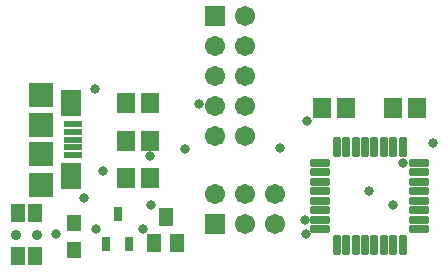
<source format=gts>
G04*
G04 #@! TF.GenerationSoftware,Altium Limited,Altium Designer,18.1.9 (240)*
G04*
G04 Layer_Color=8388736*
%FSLAX24Y24*%
%MOIN*%
G70*
G01*
G75*
%ADD27R,0.0611X0.0237*%
%ADD28R,0.0710X0.0907*%
%ADD29R,0.0828X0.0789*%
%ADD30R,0.0828X0.0828*%
%ADD31R,0.0493X0.0631*%
%ADD32R,0.0474X0.0631*%
%ADD33R,0.0316X0.0493*%
%ADD34R,0.0631X0.0671*%
G04:AMPARAMS|DCode=35|XSize=69.4mil|YSize=29.7mil|CornerRadius=6.7mil|HoleSize=0mil|Usage=FLASHONLY|Rotation=0.000|XOffset=0mil|YOffset=0mil|HoleType=Round|Shape=RoundedRectangle|*
%AMROUNDEDRECTD35*
21,1,0.0694,0.0162,0,0,0.0*
21,1,0.0560,0.0297,0,0,0.0*
1,1,0.0134,0.0280,-0.0081*
1,1,0.0134,-0.0280,-0.0081*
1,1,0.0134,-0.0280,0.0081*
1,1,0.0134,0.0280,0.0081*
%
%ADD35ROUNDEDRECTD35*%
G04:AMPARAMS|DCode=36|XSize=69.4mil|YSize=29.7mil|CornerRadius=6.7mil|HoleSize=0mil|Usage=FLASHONLY|Rotation=90.000|XOffset=0mil|YOffset=0mil|HoleType=Round|Shape=RoundedRectangle|*
%AMROUNDEDRECTD36*
21,1,0.0694,0.0162,0,0,90.0*
21,1,0.0560,0.0297,0,0,90.0*
1,1,0.0134,0.0081,0.0280*
1,1,0.0134,0.0081,-0.0280*
1,1,0.0134,-0.0081,-0.0280*
1,1,0.0134,-0.0081,0.0280*
%
%ADD36ROUNDEDRECTD36*%
%ADD37R,0.0513X0.0572*%
%ADD38R,0.0671X0.0671*%
%ADD39C,0.0671*%
%ADD40C,0.0356*%
%ADD41R,0.0671X0.0671*%
%ADD42C,0.0320*%
D27*
X37903Y37078D02*
D03*
Y37333D02*
D03*
Y36822D02*
D03*
Y37589D02*
D03*
Y36566D02*
D03*
D28*
X37854Y38298D02*
D03*
Y35857D02*
D03*
D29*
X36850Y38574D02*
D03*
Y35582D02*
D03*
D30*
Y37550D02*
D03*
Y36605D02*
D03*
D31*
X36081Y33198D02*
D03*
Y34616D02*
D03*
X36652Y33198D02*
D03*
Y34616D02*
D03*
D32*
X40626Y33617D02*
D03*
X41374D02*
D03*
X41000Y34483D02*
D03*
D33*
X39400Y34612D02*
D03*
X39774Y33588D02*
D03*
X39026D02*
D03*
D34*
X39693Y35789D02*
D03*
X40481D02*
D03*
Y37045D02*
D03*
X39693D02*
D03*
X47013Y38125D02*
D03*
X46225D02*
D03*
X48587D02*
D03*
X49375D02*
D03*
X39693Y38300D02*
D03*
X40481D02*
D03*
D35*
X49446Y36302D02*
D03*
Y35987D02*
D03*
Y35672D02*
D03*
Y35357D02*
D03*
Y35043D02*
D03*
Y34728D02*
D03*
Y34413D02*
D03*
Y34098D02*
D03*
X46154D02*
D03*
Y34413D02*
D03*
Y34728D02*
D03*
Y35043D02*
D03*
Y35357D02*
D03*
Y35672D02*
D03*
Y35987D02*
D03*
Y36302D02*
D03*
D36*
X46698Y36846D02*
D03*
X47013D02*
D03*
X47328D02*
D03*
X47643D02*
D03*
X47957D02*
D03*
X48272D02*
D03*
X48587D02*
D03*
X48902D02*
D03*
Y33554D02*
D03*
X48587D02*
D03*
X48272D02*
D03*
X47957D02*
D03*
X47643D02*
D03*
X47328D02*
D03*
X47013D02*
D03*
X46698D02*
D03*
D37*
X37950Y33387D02*
D03*
Y34313D02*
D03*
D38*
X42650Y34250D02*
D03*
D39*
Y35250D02*
D03*
X43650Y34250D02*
D03*
Y35250D02*
D03*
X44650Y34250D02*
D03*
Y35250D02*
D03*
X43650Y37200D02*
D03*
X42650D02*
D03*
X43650Y38200D02*
D03*
X42650D02*
D03*
X43650Y39200D02*
D03*
X42650D02*
D03*
X43650Y40200D02*
D03*
X42650D02*
D03*
X43650Y41200D02*
D03*
D40*
X36012Y33907D02*
D03*
X36721D02*
D03*
D41*
X42650Y41200D02*
D03*
D42*
X37350Y33923D02*
D03*
X38267Y35129D02*
D03*
X41650Y36750D02*
D03*
X38650Y38750D02*
D03*
X38900Y36045D02*
D03*
X40480Y36520D02*
D03*
X47780Y35365D02*
D03*
X45670Y33920D02*
D03*
X45630Y34390D02*
D03*
X42100Y38250D02*
D03*
X38675Y34095D02*
D03*
X49910Y36960D02*
D03*
X40510Y34910D02*
D03*
X48587Y34885D02*
D03*
X45710Y37700D02*
D03*
X44820Y36790D02*
D03*
X40240Y34110D02*
D03*
X48920Y36302D02*
D03*
M02*

</source>
